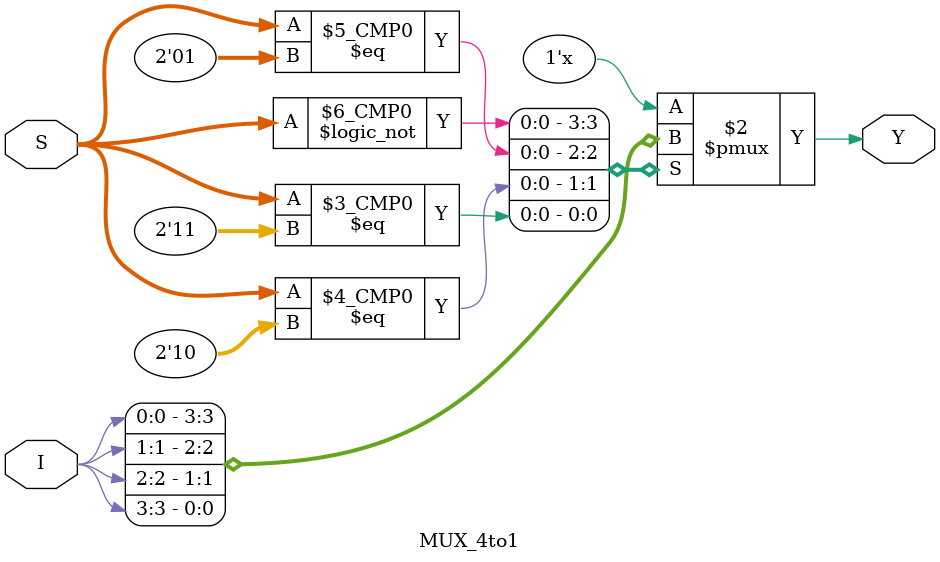
<source format=v>
`timescale 1ns / 1ps
module MUX_4to1(S,I,Y);
	input [3:0]I;
	input [1:0]S;
	output reg Y;
	always@(S,I)
	begin
		case(S)
			2'b00: Y=I[0];
			2'b01: Y=I[1];
			2'b10: Y=I[2];
			2'b11: Y=I[3];
		endcase
	end
endmodule

</source>
